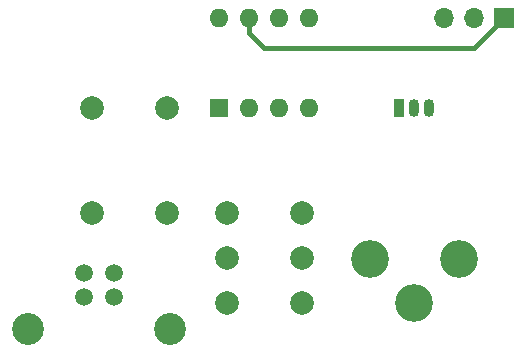
<source format=gbr>
G04 #@! TF.FileFunction,Copper,L1,Top,Signal*
%FSLAX46Y46*%
G04 Gerber Fmt 4.6, Leading zero omitted, Abs format (unit mm)*
G04 Created by KiCad (PCBNEW 4.0.6) date 05/26/17 09:36:11*
%MOMM*%
%LPD*%
G01*
G04 APERTURE LIST*
%ADD10C,0.100000*%
%ADD11C,3.197860*%
%ADD12R,1.700000X1.700000*%
%ADD13O,1.700000X1.700000*%
%ADD14C,1.520000*%
%ADD15C,2.700000*%
%ADD16C,1.998980*%
%ADD17R,1.600000X1.600000*%
%ADD18O,1.600000X1.600000*%
%ADD19O,0.900000X1.500000*%
%ADD20R,0.900000X1.500000*%
%ADD21C,0.406400*%
G04 APERTURE END LIST*
D10*
D11*
X176466500Y-118211600D03*
X172720000Y-121920000D03*
X168973500Y-118211600D03*
D12*
X180340000Y-97790000D03*
D13*
X177800000Y-97790000D03*
X175260000Y-97790000D03*
D14*
X144780000Y-119380000D03*
X147320000Y-119380000D03*
X147320000Y-121380000D03*
X144780000Y-121380000D03*
D15*
X140050000Y-124080000D03*
X152050000Y-124080000D03*
D16*
X156845000Y-114300000D03*
X163195000Y-114300000D03*
X156845000Y-121920000D03*
X163195000Y-121920000D03*
X151765000Y-114300000D03*
X145415000Y-114300000D03*
X145415000Y-105410000D03*
X151765000Y-105410000D03*
X163195000Y-118110000D03*
X156845000Y-118110000D03*
D17*
X156210000Y-105410000D03*
D18*
X163830000Y-97790000D03*
X158750000Y-105410000D03*
X161290000Y-97790000D03*
X161290000Y-105410000D03*
X158750000Y-97790000D03*
X163830000Y-105410000D03*
X156210000Y-97790000D03*
D19*
X172720000Y-105410000D03*
X173990000Y-105410000D03*
D20*
X171450000Y-105410000D03*
D21*
X180340000Y-97790000D02*
X177800000Y-100330000D01*
X158750000Y-99060000D02*
X158750000Y-97790000D01*
X160020000Y-100330000D02*
X158750000Y-99060000D01*
X177800000Y-100330000D02*
X160020000Y-100330000D01*
M02*

</source>
